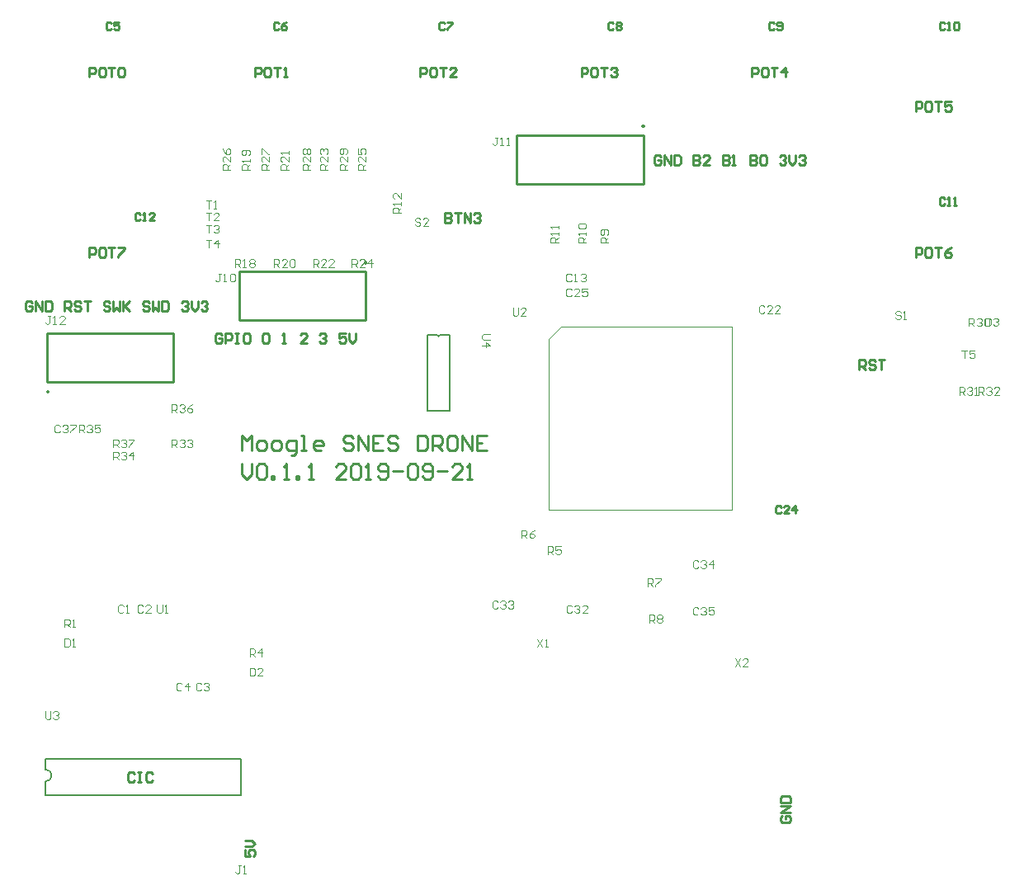
<source format=gto>
G04*
G04 #@! TF.GenerationSoftware,Altium Limited,Altium Designer,19.0.15 (446)*
G04*
G04 Layer_Color=65535*
%FSLAX42Y42*%
%MOMM*%
G71*
G01*
G75*
%ADD10C,0.20*%
%ADD11C,0.25*%
%ADD12C,0.10*%
D10*
X4319Y-3599D02*
G03*
X4351Y-3599I16J0D01*
G01*
X303Y-8182D02*
G03*
X303Y-8056I0J63D01*
G01*
X4219Y-3599D02*
X4319D01*
X4351D02*
X4452D01*
Y-4379D02*
Y-3599D01*
X4219Y-4379D02*
X4452D01*
X4219D02*
Y-3599D01*
X303Y-8319D02*
Y-8182D01*
Y-8056D02*
Y-7946D01*
X2311D01*
Y-8319D02*
Y-7946D01*
X303Y-8319D02*
X2311D01*
D11*
X6437Y-2044D02*
Y-1544D01*
X5137D02*
X6437D01*
X5137Y-2044D02*
Y-1544D01*
Y-2044D02*
X6437D01*
X3590Y-3447D02*
Y-2947D01*
X2290D02*
X3590D01*
X2290Y-3447D02*
Y-2947D01*
Y-3447D02*
X3590D01*
X318Y-3583D02*
X1618D01*
Y-4083D02*
Y-3583D01*
X318Y-4083D02*
X1618D01*
X318D02*
Y-3583D01*
X2315Y-4780D02*
Y-4628D01*
X2366Y-4678D01*
X2416Y-4628D01*
Y-4780D01*
X2493D02*
X2543D01*
X2569Y-4755D01*
Y-4704D01*
X2543Y-4678D01*
X2493D01*
X2467Y-4704D01*
Y-4755D01*
X2493Y-4780D01*
X2645D02*
X2696D01*
X2721Y-4755D01*
Y-4704D01*
X2696Y-4678D01*
X2645D01*
X2620Y-4704D01*
Y-4755D01*
X2645Y-4780D01*
X2823Y-4831D02*
X2848D01*
X2874Y-4805D01*
Y-4678D01*
X2797D01*
X2772Y-4704D01*
Y-4755D01*
X2797Y-4780D01*
X2874D01*
X2924D02*
X2975D01*
X2950D01*
Y-4628D01*
X2924D01*
X3127Y-4780D02*
X3077D01*
X3051Y-4755D01*
Y-4704D01*
X3077Y-4678D01*
X3127D01*
X3153Y-4704D01*
Y-4729D01*
X3051D01*
X3458Y-4653D02*
X3432Y-4628D01*
X3381D01*
X3356Y-4653D01*
Y-4678D01*
X3381Y-4704D01*
X3432D01*
X3458Y-4729D01*
Y-4755D01*
X3432Y-4780D01*
X3381D01*
X3356Y-4755D01*
X3508Y-4780D02*
Y-4628D01*
X3610Y-4780D01*
Y-4628D01*
X3762D02*
X3661D01*
Y-4780D01*
X3762D01*
X3661Y-4704D02*
X3711D01*
X3915Y-4653D02*
X3889Y-4628D01*
X3838D01*
X3813Y-4653D01*
Y-4678D01*
X3838Y-4704D01*
X3889D01*
X3915Y-4729D01*
Y-4755D01*
X3889Y-4780D01*
X3838D01*
X3813Y-4755D01*
X4118Y-4628D02*
Y-4780D01*
X4194D01*
X4219Y-4755D01*
Y-4653D01*
X4194Y-4628D01*
X4118D01*
X4270Y-4780D02*
Y-4628D01*
X4346D01*
X4372Y-4653D01*
Y-4704D01*
X4346Y-4729D01*
X4270D01*
X4321D02*
X4372Y-4780D01*
X4499Y-4628D02*
X4448D01*
X4422Y-4653D01*
Y-4755D01*
X4448Y-4780D01*
X4499D01*
X4524Y-4755D01*
Y-4653D01*
X4499Y-4628D01*
X4575Y-4780D02*
Y-4628D01*
X4676Y-4780D01*
Y-4628D01*
X4829D02*
X4727D01*
Y-4780D01*
X4829D01*
X4727Y-4704D02*
X4778D01*
X2315Y-4922D02*
Y-5024D01*
X2366Y-5075D01*
X2416Y-5024D01*
Y-4922D01*
X2467Y-4948D02*
X2493Y-4922D01*
X2543D01*
X2569Y-4948D01*
Y-5049D01*
X2543Y-5075D01*
X2493D01*
X2467Y-5049D01*
Y-4948D01*
X2620Y-5075D02*
Y-5049D01*
X2645D01*
Y-5075D01*
X2620D01*
X2747D02*
X2797D01*
X2772D01*
Y-4922D01*
X2747Y-4948D01*
X2874Y-5075D02*
Y-5049D01*
X2899D01*
Y-5075D01*
X2874D01*
X3000D02*
X3051D01*
X3026D01*
Y-4922D01*
X3000Y-4948D01*
X3381Y-5075D02*
X3280D01*
X3381Y-4973D01*
Y-4948D01*
X3356Y-4922D01*
X3305D01*
X3280Y-4948D01*
X3432D02*
X3458Y-4922D01*
X3508D01*
X3534Y-4948D01*
Y-5049D01*
X3508Y-5075D01*
X3458D01*
X3432Y-5049D01*
Y-4948D01*
X3585Y-5075D02*
X3635D01*
X3610D01*
Y-4922D01*
X3585Y-4948D01*
X3711Y-5049D02*
X3737Y-5075D01*
X3788D01*
X3813Y-5049D01*
Y-4948D01*
X3788Y-4922D01*
X3737D01*
X3711Y-4948D01*
Y-4973D01*
X3737Y-4998D01*
X3813D01*
X3864D02*
X3965D01*
X4016Y-4948D02*
X4042Y-4922D01*
X4092D01*
X4118Y-4948D01*
Y-5049D01*
X4092Y-5075D01*
X4042D01*
X4016Y-5049D01*
Y-4948D01*
X4169Y-5049D02*
X4194Y-5075D01*
X4245D01*
X4270Y-5049D01*
Y-4948D01*
X4245Y-4922D01*
X4194D01*
X4169Y-4948D01*
Y-4973D01*
X4194Y-4998D01*
X4270D01*
X4321D02*
X4422D01*
X4575Y-5075D02*
X4473D01*
X4575Y-4973D01*
Y-4948D01*
X4549Y-4922D01*
X4499D01*
X4473Y-4948D01*
X4626Y-5075D02*
X4676D01*
X4651D01*
Y-4922D01*
X4626Y-4948D01*
X4400Y-2345D02*
Y-2444D01*
X4450D01*
X4467Y-2428D01*
Y-2411D01*
X4450Y-2394D01*
X4400D01*
X4450D01*
X4467Y-2378D01*
Y-2361D01*
X4450Y-2345D01*
X4400D01*
X4500D02*
X4567D01*
X4533D01*
Y-2444D01*
X4600D02*
Y-2345D01*
X4667Y-2444D01*
Y-2345D01*
X4700Y-2361D02*
X4717Y-2345D01*
X4750D01*
X4767Y-2361D01*
Y-2378D01*
X4750Y-2394D01*
X4733D01*
X4750D01*
X4767Y-2411D01*
Y-2428D01*
X4750Y-2444D01*
X4717D01*
X4700Y-2428D01*
X7867Y-8533D02*
X7850Y-8550D01*
Y-8583D01*
X7867Y-8600D01*
X7933D01*
X7950Y-8583D01*
Y-8550D01*
X7933Y-8533D01*
X7900D01*
Y-8567D01*
X7950Y-8500D02*
X7850D01*
X7950Y-8433D01*
X7850D01*
Y-8400D02*
X7950D01*
Y-8350D01*
X7933Y-8333D01*
X7867D01*
X7850Y-8350D01*
Y-8400D01*
X2350Y-8883D02*
Y-8950D01*
X2400D01*
X2383Y-8917D01*
Y-8900D01*
X2400Y-8883D01*
X2433D01*
X2450Y-8900D01*
Y-8933D01*
X2433Y-8950D01*
X2350Y-8850D02*
X2417D01*
X2450Y-8817D01*
X2417Y-8783D01*
X2350D01*
X1217Y-8099D02*
X1200Y-8083D01*
X1167D01*
X1150Y-8099D01*
Y-8166D01*
X1167Y-8182D01*
X1200D01*
X1217Y-8166D01*
X1250Y-8083D02*
X1283D01*
X1267D01*
Y-8182D01*
X1250D01*
X1283D01*
X1400Y-8099D02*
X1383Y-8083D01*
X1350D01*
X1333Y-8099D01*
Y-8166D01*
X1350Y-8182D01*
X1383D01*
X1400Y-8166D01*
X9232Y-2800D02*
Y-2700D01*
X9282D01*
X9298Y-2717D01*
Y-2750D01*
X9282Y-2767D01*
X9232D01*
X9381Y-2700D02*
X9348D01*
X9331Y-2717D01*
Y-2783D01*
X9348Y-2800D01*
X9381D01*
X9398Y-2783D01*
Y-2717D01*
X9381Y-2700D01*
X9431D02*
X9498D01*
X9465D01*
Y-2800D01*
X9598Y-2700D02*
X9565Y-2717D01*
X9531Y-2750D01*
Y-2783D01*
X9548Y-2800D01*
X9581D01*
X9598Y-2783D01*
Y-2767D01*
X9581Y-2750D01*
X9531D01*
X9232Y-1300D02*
Y-1200D01*
X9282D01*
X9298Y-1217D01*
Y-1250D01*
X9282Y-1267D01*
X9232D01*
X9381Y-1200D02*
X9348D01*
X9331Y-1217D01*
Y-1283D01*
X9348Y-1300D01*
X9381D01*
X9398Y-1283D01*
Y-1217D01*
X9381Y-1200D01*
X9431D02*
X9498D01*
X9465D01*
Y-1300D01*
X9598Y-1200D02*
X9531D01*
Y-1250D01*
X9565Y-1233D01*
X9581D01*
X9598Y-1250D01*
Y-1283D01*
X9581Y-1300D01*
X9548D01*
X9531Y-1283D01*
X7550Y-950D02*
Y-850D01*
X7600D01*
X7617Y-867D01*
Y-900D01*
X7600Y-917D01*
X7550D01*
X7700Y-850D02*
X7667D01*
X7650Y-867D01*
Y-933D01*
X7667Y-950D01*
X7700D01*
X7717Y-933D01*
Y-867D01*
X7700Y-850D01*
X7750D02*
X7817D01*
X7783D01*
Y-950D01*
X7900D02*
Y-850D01*
X7850Y-900D01*
X7917D01*
X5802Y-950D02*
Y-850D01*
X5852D01*
X5868Y-867D01*
Y-900D01*
X5852Y-917D01*
X5802D01*
X5951Y-850D02*
X5918D01*
X5901Y-867D01*
Y-933D01*
X5918Y-950D01*
X5951D01*
X5968Y-933D01*
Y-867D01*
X5951Y-850D01*
X6001D02*
X6068D01*
X6035D01*
Y-950D01*
X6101Y-867D02*
X6118Y-850D01*
X6151D01*
X6168Y-867D01*
Y-883D01*
X6151Y-900D01*
X6135D01*
X6151D01*
X6168Y-917D01*
Y-933D01*
X6151Y-950D01*
X6118D01*
X6101Y-933D01*
X4150Y-950D02*
Y-850D01*
X4200D01*
X4217Y-867D01*
Y-900D01*
X4200Y-917D01*
X4150D01*
X4300Y-850D02*
X4267D01*
X4250Y-867D01*
Y-933D01*
X4267Y-950D01*
X4300D01*
X4317Y-933D01*
Y-867D01*
X4300Y-850D01*
X4350D02*
X4417D01*
X4383D01*
Y-950D01*
X4517D02*
X4450D01*
X4517Y-883D01*
Y-867D01*
X4500Y-850D01*
X4467D01*
X4450Y-867D01*
X2450Y-950D02*
Y-850D01*
X2500D01*
X2517Y-867D01*
Y-900D01*
X2500Y-917D01*
X2450D01*
X2600Y-850D02*
X2567D01*
X2550Y-867D01*
Y-933D01*
X2567Y-950D01*
X2600D01*
X2617Y-933D01*
Y-867D01*
X2600Y-850D01*
X2650D02*
X2717D01*
X2683D01*
Y-950D01*
X2750D02*
X2783D01*
X2767D01*
Y-850D01*
X2750Y-867D01*
X750Y-950D02*
Y-850D01*
X800D01*
X817Y-867D01*
Y-900D01*
X800Y-917D01*
X750D01*
X900Y-850D02*
X867D01*
X850Y-867D01*
Y-933D01*
X867Y-950D01*
X900D01*
X917Y-933D01*
Y-867D01*
X900Y-850D01*
X950D02*
X1017D01*
X983D01*
Y-950D01*
X1050Y-867D02*
X1067Y-850D01*
X1100D01*
X1117Y-867D01*
Y-933D01*
X1100Y-950D01*
X1067D01*
X1050Y-933D01*
Y-867D01*
X750Y-2800D02*
Y-2700D01*
X800D01*
X817Y-2717D01*
Y-2750D01*
X800Y-2767D01*
X750D01*
X900Y-2700D02*
X867D01*
X850Y-2717D01*
Y-2783D01*
X867Y-2800D01*
X900D01*
X917Y-2783D01*
Y-2717D01*
X900Y-2700D01*
X950D02*
X1017D01*
X983D01*
Y-2800D01*
X1050Y-2700D02*
X1117D01*
Y-2717D01*
X1050Y-2783D01*
Y-2800D01*
X8650Y-3950D02*
Y-3850D01*
X8700D01*
X8717Y-3867D01*
Y-3900D01*
X8700Y-3917D01*
X8650D01*
X8683D02*
X8717Y-3950D01*
X8817Y-3867D02*
X8800Y-3850D01*
X8767D01*
X8750Y-3867D01*
Y-3883D01*
X8767Y-3900D01*
X8800D01*
X8817Y-3917D01*
Y-3933D01*
X8800Y-3950D01*
X8767D01*
X8750Y-3933D01*
X8850Y-3850D02*
X8917D01*
X8883D01*
Y-3950D01*
X2117Y-3601D02*
X2100Y-3584D01*
X2067D01*
X2050Y-3601D01*
Y-3667D01*
X2067Y-3684D01*
X2100D01*
X2117Y-3667D01*
Y-3634D01*
X2083D01*
X2150Y-3684D02*
Y-3584D01*
X2200D01*
X2217Y-3601D01*
Y-3634D01*
X2200Y-3651D01*
X2150D01*
X2250Y-3584D02*
X2283D01*
X2267D01*
Y-3684D01*
X2250D01*
X2283D01*
X2383Y-3584D02*
X2350D01*
X2333Y-3601D01*
Y-3667D01*
X2350Y-3684D01*
X2383D01*
X2400Y-3667D01*
Y-3601D01*
X2383Y-3584D01*
X2533Y-3601D02*
X2550Y-3584D01*
X2583D01*
X2600Y-3601D01*
Y-3667D01*
X2583Y-3684D01*
X2550D01*
X2533Y-3667D01*
Y-3601D01*
X2733Y-3684D02*
X2766D01*
X2750D01*
Y-3584D01*
X2733Y-3601D01*
X2983Y-3684D02*
X2916D01*
X2983Y-3617D01*
Y-3601D01*
X2966Y-3584D01*
X2933D01*
X2916Y-3601D01*
X3116D02*
X3133Y-3584D01*
X3166D01*
X3183Y-3601D01*
Y-3617D01*
X3166Y-3634D01*
X3150D01*
X3166D01*
X3183Y-3651D01*
Y-3667D01*
X3166Y-3684D01*
X3133D01*
X3116Y-3667D01*
X3383Y-3584D02*
X3316D01*
Y-3634D01*
X3350Y-3617D01*
X3366D01*
X3383Y-3634D01*
Y-3667D01*
X3366Y-3684D01*
X3333D01*
X3316Y-3667D01*
X3416Y-3584D02*
Y-3651D01*
X3450Y-3684D01*
X3483Y-3651D01*
Y-3584D01*
X167Y-3267D02*
X150Y-3250D01*
X117D01*
X100Y-3267D01*
Y-3333D01*
X117Y-3350D01*
X150D01*
X167Y-3333D01*
Y-3300D01*
X133D01*
X200Y-3350D02*
Y-3250D01*
X267Y-3350D01*
Y-3250D01*
X300D02*
Y-3350D01*
X350D01*
X367Y-3333D01*
Y-3267D01*
X350Y-3250D01*
X300D01*
X500Y-3350D02*
Y-3250D01*
X550D01*
X567Y-3267D01*
Y-3300D01*
X550Y-3317D01*
X500D01*
X533D02*
X567Y-3350D01*
X666Y-3267D02*
X650Y-3250D01*
X616D01*
X600Y-3267D01*
Y-3283D01*
X616Y-3300D01*
X650D01*
X666Y-3317D01*
Y-3333D01*
X650Y-3350D01*
X616D01*
X600Y-3333D01*
X700Y-3250D02*
X766D01*
X733D01*
Y-3350D01*
X966Y-3267D02*
X950Y-3250D01*
X916D01*
X900Y-3267D01*
Y-3283D01*
X916Y-3300D01*
X950D01*
X966Y-3317D01*
Y-3333D01*
X950Y-3350D01*
X916D01*
X900Y-3333D01*
X1000Y-3250D02*
Y-3350D01*
X1033Y-3317D01*
X1066Y-3350D01*
Y-3250D01*
X1100D02*
Y-3350D01*
Y-3317D01*
X1166Y-3250D01*
X1116Y-3300D01*
X1166Y-3350D01*
X1366Y-3267D02*
X1350Y-3250D01*
X1316D01*
X1300Y-3267D01*
Y-3283D01*
X1316Y-3300D01*
X1350D01*
X1366Y-3317D01*
Y-3333D01*
X1350Y-3350D01*
X1316D01*
X1300Y-3333D01*
X1400Y-3250D02*
Y-3350D01*
X1433Y-3317D01*
X1466Y-3350D01*
Y-3250D01*
X1500D02*
Y-3350D01*
X1550D01*
X1566Y-3333D01*
Y-3267D01*
X1550Y-3250D01*
X1500D01*
X1699Y-3267D02*
X1716Y-3250D01*
X1749D01*
X1766Y-3267D01*
Y-3283D01*
X1749Y-3300D01*
X1733D01*
X1749D01*
X1766Y-3317D01*
Y-3333D01*
X1749Y-3350D01*
X1716D01*
X1699Y-3333D01*
X1799Y-3250D02*
Y-3317D01*
X1833Y-3350D01*
X1866Y-3317D01*
Y-3250D01*
X1899Y-3267D02*
X1916Y-3250D01*
X1949D01*
X1966Y-3267D01*
Y-3283D01*
X1949Y-3300D01*
X1933D01*
X1949D01*
X1966Y-3317D01*
Y-3333D01*
X1949Y-3350D01*
X1916D01*
X1899Y-3333D01*
X6618Y-1767D02*
X6602Y-1750D01*
X6568D01*
X6552Y-1767D01*
Y-1833D01*
X6568Y-1850D01*
X6602D01*
X6618Y-1833D01*
Y-1800D01*
X6585D01*
X6651Y-1850D02*
Y-1750D01*
X6718Y-1850D01*
Y-1750D01*
X6751D02*
Y-1850D01*
X6801D01*
X6818Y-1833D01*
Y-1767D01*
X6801Y-1750D01*
X6751D01*
X6951D02*
Y-1850D01*
X7001D01*
X7018Y-1833D01*
Y-1817D01*
X7001Y-1800D01*
X6951D01*
X7001D01*
X7018Y-1783D01*
Y-1767D01*
X7001Y-1750D01*
X6951D01*
X7118Y-1850D02*
X7051D01*
X7118Y-1783D01*
Y-1767D01*
X7101Y-1750D01*
X7068D01*
X7051Y-1767D01*
X7251Y-1750D02*
Y-1850D01*
X7301D01*
X7318Y-1833D01*
Y-1817D01*
X7301Y-1800D01*
X7251D01*
X7301D01*
X7318Y-1783D01*
Y-1767D01*
X7301Y-1750D01*
X7251D01*
X7351Y-1850D02*
X7385D01*
X7368D01*
Y-1750D01*
X7351Y-1767D01*
X7535Y-1750D02*
Y-1850D01*
X7585D01*
X7601Y-1833D01*
Y-1817D01*
X7585Y-1800D01*
X7535D01*
X7585D01*
X7601Y-1783D01*
Y-1767D01*
X7585Y-1750D01*
X7535D01*
X7635Y-1767D02*
X7651Y-1750D01*
X7684D01*
X7701Y-1767D01*
Y-1833D01*
X7684Y-1850D01*
X7651D01*
X7635Y-1833D01*
Y-1767D01*
X7834D02*
X7851Y-1750D01*
X7884D01*
X7901Y-1767D01*
Y-1783D01*
X7884Y-1800D01*
X7868D01*
X7884D01*
X7901Y-1817D01*
Y-1833D01*
X7884Y-1850D01*
X7851D01*
X7834Y-1833D01*
X7934Y-1750D02*
Y-1817D01*
X7968Y-1850D01*
X8001Y-1817D01*
Y-1750D01*
X8034Y-1767D02*
X8051Y-1750D01*
X8084D01*
X8101Y-1767D01*
Y-1783D01*
X8084Y-1800D01*
X8068D01*
X8084D01*
X8101Y-1817D01*
Y-1833D01*
X8084Y-1850D01*
X8051D01*
X8034Y-1833D01*
X6437Y-1444D02*
Y-1457D01*
X6423D01*
Y-1444D01*
X6437D01*
X3590Y-2847D02*
Y-2861D01*
X3576D01*
Y-2847D01*
X3590D01*
X318Y-4183D02*
Y-4170D01*
X331D01*
Y-4183D01*
X318D01*
X7853Y-5363D02*
X7840Y-5350D01*
X7813D01*
X7800Y-5363D01*
Y-5417D01*
X7813Y-5430D01*
X7840D01*
X7853Y-5417D01*
X7933Y-5430D02*
X7880D01*
X7933Y-5377D01*
Y-5363D01*
X7920Y-5350D01*
X7893D01*
X7880Y-5363D01*
X8000Y-5430D02*
Y-5350D01*
X7960Y-5390D01*
X8013D01*
X1275Y-2357D02*
X1262Y-2344D01*
X1235D01*
X1222Y-2357D01*
Y-2411D01*
X1235Y-2424D01*
X1262D01*
X1275Y-2411D01*
X1302Y-2424D02*
X1328D01*
X1315D01*
Y-2344D01*
X1302Y-2357D01*
X1422Y-2424D02*
X1368D01*
X1422Y-2371D01*
Y-2357D01*
X1408Y-2344D01*
X1382D01*
X1368Y-2357D01*
X9530Y-2200D02*
X9517Y-2187D01*
X9490D01*
X9477Y-2200D01*
Y-2253D01*
X9490Y-2267D01*
X9517D01*
X9530Y-2253D01*
X9557Y-2267D02*
X9583D01*
X9570D01*
Y-2187D01*
X9557Y-2200D01*
X9623Y-2267D02*
X9650D01*
X9637D01*
Y-2187D01*
X9623Y-2200D01*
X9530Y-399D02*
X9517Y-386D01*
X9490D01*
X9477Y-399D01*
Y-452D01*
X9490Y-466D01*
X9517D01*
X9530Y-452D01*
X9557Y-466D02*
X9583D01*
X9570D01*
Y-386D01*
X9557Y-399D01*
X9623D02*
X9637Y-386D01*
X9663D01*
X9677Y-399D01*
Y-452D01*
X9663Y-466D01*
X9637D01*
X9623Y-452D01*
Y-399D01*
X7780D02*
X7767Y-386D01*
X7740D01*
X7727Y-399D01*
Y-452D01*
X7740Y-466D01*
X7767D01*
X7780Y-452D01*
X7807D02*
X7820Y-466D01*
X7847D01*
X7860Y-452D01*
Y-399D01*
X7847Y-386D01*
X7820D01*
X7807Y-399D01*
Y-412D01*
X7820Y-426D01*
X7860D01*
X6132Y-399D02*
X6118Y-386D01*
X6092D01*
X6078Y-399D01*
Y-452D01*
X6092Y-466D01*
X6118D01*
X6132Y-452D01*
X6158Y-399D02*
X6172Y-386D01*
X6198D01*
X6212Y-399D01*
Y-412D01*
X6198Y-426D01*
X6212Y-439D01*
Y-452D01*
X6198Y-466D01*
X6172D01*
X6158Y-452D01*
Y-439D01*
X6172Y-426D01*
X6158Y-412D01*
Y-399D01*
X6172Y-426D02*
X6198D01*
X4397Y-399D02*
X4383Y-386D01*
X4357D01*
X4343Y-399D01*
Y-452D01*
X4357Y-466D01*
X4383D01*
X4397Y-452D01*
X4423Y-386D02*
X4477D01*
Y-399D01*
X4423Y-452D01*
Y-466D01*
X2697Y-399D02*
X2684Y-386D01*
X2657D01*
X2644Y-399D01*
Y-452D01*
X2657Y-466D01*
X2684D01*
X2697Y-452D01*
X2777Y-386D02*
X2751Y-399D01*
X2724Y-426D01*
Y-452D01*
X2737Y-466D01*
X2764D01*
X2777Y-452D01*
Y-439D01*
X2764Y-426D01*
X2724D01*
X980Y-399D02*
X967Y-386D01*
X940D01*
X927Y-399D01*
Y-452D01*
X940Y-466D01*
X967D01*
X980Y-452D01*
X1060Y-386D02*
X1007D01*
Y-426D01*
X1034Y-412D01*
X1047D01*
X1060Y-426D01*
Y-452D01*
X1047Y-466D01*
X1020D01*
X1007Y-452D01*
D12*
X5469Y-5388D02*
Y-3640D01*
Y-5388D02*
X7343D01*
Y-3514D01*
X5595D02*
X7343D01*
X5469Y-3640D02*
X5595Y-3514D01*
X2306Y-9042D02*
X2280D01*
X2293D01*
Y-9109D01*
X2280Y-9122D01*
X2266D01*
X2253Y-9109D01*
X2333Y-9122D02*
X2360D01*
X2346D01*
Y-9042D01*
X2333Y-9055D01*
X7377Y-6920D02*
X7430Y-7000D01*
Y-6920D02*
X7377Y-7000D01*
X7510D02*
X7456D01*
X7510Y-6947D01*
Y-6933D01*
X7496Y-6920D01*
X7470D01*
X7456Y-6933D01*
X5350Y-6720D02*
X5403Y-6800D01*
Y-6720D02*
X5350Y-6800D01*
X5430D02*
X5457D01*
X5443D01*
Y-6720D01*
X5430Y-6733D01*
X4865Y-3591D02*
X4798D01*
X4785Y-3605D01*
Y-3631D01*
X4798Y-3645D01*
X4865D01*
X4785Y-3711D02*
X4865D01*
X4825Y-3671D01*
Y-3725D01*
X302Y-7462D02*
Y-7529D01*
X316Y-7542D01*
X342D01*
X356Y-7529D01*
Y-7462D01*
X382Y-7475D02*
X396Y-7462D01*
X422D01*
X436Y-7475D01*
Y-7489D01*
X422Y-7502D01*
X409D01*
X422D01*
X436Y-7515D01*
Y-7529D01*
X422Y-7542D01*
X396D01*
X382Y-7529D01*
X5100Y-3320D02*
Y-3387D01*
X5113Y-3400D01*
X5140D01*
X5153Y-3387D01*
Y-3320D01*
X5233Y-3400D02*
X5180D01*
X5233Y-3347D01*
Y-3333D01*
X5220Y-3320D01*
X5193D01*
X5180Y-3333D01*
X1450Y-6367D02*
Y-6434D01*
X1463Y-6447D01*
X1490D01*
X1503Y-6434D01*
Y-6367D01*
X1530Y-6447D02*
X1557D01*
X1543D01*
Y-6367D01*
X1530Y-6380D01*
X9705Y-3756D02*
X9759D01*
X9732D01*
Y-3836D01*
X9839Y-3756D02*
X9785D01*
Y-3796D01*
X9812Y-3783D01*
X9825D01*
X9839Y-3796D01*
Y-3823D01*
X9825Y-3836D01*
X9799D01*
X9785Y-3823D01*
X1954Y-2620D02*
X2007D01*
X1981D01*
Y-2700D01*
X2074D02*
Y-2620D01*
X2034Y-2660D01*
X2087D01*
X1950Y-2470D02*
X2003D01*
X1977D01*
Y-2550D01*
X2030Y-2483D02*
X2043Y-2470D01*
X2070D01*
X2083Y-2483D01*
Y-2497D01*
X2070Y-2510D01*
X2057D01*
X2070D01*
X2083Y-2523D01*
Y-2537D01*
X2070Y-2550D01*
X2043D01*
X2030Y-2537D01*
X1950Y-2344D02*
X2003D01*
X1977D01*
Y-2424D01*
X2083D02*
X2030D01*
X2083Y-2371D01*
Y-2357D01*
X2070Y-2344D01*
X2043D01*
X2030Y-2357D01*
X1950Y-2220D02*
X2003D01*
X1977D01*
Y-2300D01*
X2030D02*
X2057D01*
X2043D01*
Y-2220D01*
X2030Y-2233D01*
X4150Y-2411D02*
X4137Y-2397D01*
X4110D01*
X4097Y-2411D01*
Y-2424D01*
X4110Y-2437D01*
X4137D01*
X4150Y-2451D01*
Y-2464D01*
X4137Y-2477D01*
X4110D01*
X4097Y-2464D01*
X4230Y-2477D02*
X4177D01*
X4230Y-2424D01*
Y-2411D01*
X4217Y-2397D01*
X4190D01*
X4177Y-2411D01*
X9080Y-3366D02*
X9067Y-3352D01*
X9040D01*
X9027Y-3366D01*
Y-3379D01*
X9040Y-3392D01*
X9067D01*
X9080Y-3406D01*
Y-3419D01*
X9067Y-3432D01*
X9040D01*
X9027Y-3419D01*
X9107Y-3432D02*
X9134D01*
X9120D01*
Y-3352D01*
X9107Y-3366D01*
X1000Y-4750D02*
Y-4670D01*
X1040D01*
X1053Y-4683D01*
Y-4710D01*
X1040Y-4723D01*
X1000D01*
X1027D02*
X1053Y-4750D01*
X1080Y-4683D02*
X1093Y-4670D01*
X1120D01*
X1133Y-4683D01*
Y-4697D01*
X1120Y-4710D01*
X1107D01*
X1120D01*
X1133Y-4723D01*
Y-4737D01*
X1120Y-4750D01*
X1093D01*
X1080Y-4737D01*
X1160Y-4670D02*
X1213D01*
Y-4683D01*
X1160Y-4737D01*
Y-4750D01*
X1600Y-4391D02*
Y-4311D01*
X1640D01*
X1653Y-4324D01*
Y-4351D01*
X1640Y-4364D01*
X1600D01*
X1627D02*
X1653Y-4391D01*
X1680Y-4324D02*
X1693Y-4311D01*
X1720D01*
X1733Y-4324D01*
Y-4338D01*
X1720Y-4351D01*
X1707D01*
X1720D01*
X1733Y-4364D01*
Y-4378D01*
X1720Y-4391D01*
X1693D01*
X1680Y-4378D01*
X1813Y-4311D02*
X1787Y-4324D01*
X1760Y-4351D01*
Y-4378D01*
X1773Y-4391D01*
X1800D01*
X1813Y-4378D01*
Y-4364D01*
X1800Y-4351D01*
X1760D01*
X650Y-4600D02*
Y-4520D01*
X690D01*
X703Y-4533D01*
Y-4560D01*
X690Y-4573D01*
X650D01*
X677D02*
X703Y-4600D01*
X730Y-4533D02*
X743Y-4520D01*
X770D01*
X783Y-4533D01*
Y-4547D01*
X770Y-4560D01*
X757D01*
X770D01*
X783Y-4573D01*
Y-4587D01*
X770Y-4600D01*
X743D01*
X730Y-4587D01*
X863Y-4520D02*
X810D01*
Y-4560D01*
X837Y-4547D01*
X850D01*
X863Y-4560D01*
Y-4587D01*
X850Y-4600D01*
X823D01*
X810Y-4587D01*
X1000Y-4876D02*
Y-4796D01*
X1040D01*
X1053Y-4809D01*
Y-4836D01*
X1040Y-4849D01*
X1000D01*
X1027D02*
X1053Y-4876D01*
X1080Y-4809D02*
X1093Y-4796D01*
X1120D01*
X1133Y-4809D01*
Y-4823D01*
X1120Y-4836D01*
X1107D01*
X1120D01*
X1133Y-4849D01*
Y-4863D01*
X1120Y-4876D01*
X1093D01*
X1080Y-4863D01*
X1200Y-4876D02*
Y-4796D01*
X1160Y-4836D01*
X1213D01*
X1600Y-4750D02*
Y-4670D01*
X1640D01*
X1653Y-4683D01*
Y-4710D01*
X1640Y-4723D01*
X1600D01*
X1627D02*
X1653Y-4750D01*
X1680Y-4683D02*
X1693Y-4670D01*
X1720D01*
X1733Y-4683D01*
Y-4697D01*
X1720Y-4710D01*
X1707D01*
X1720D01*
X1733Y-4723D01*
Y-4737D01*
X1720Y-4750D01*
X1693D01*
X1680Y-4737D01*
X1760Y-4683D02*
X1773Y-4670D01*
X1800D01*
X1813Y-4683D01*
Y-4697D01*
X1800Y-4710D01*
X1787D01*
X1800D01*
X1813Y-4723D01*
Y-4737D01*
X1800Y-4750D01*
X1773D01*
X1760Y-4737D01*
X9878Y-4212D02*
Y-4132D01*
X9918D01*
X9931Y-4145D01*
Y-4172D01*
X9918Y-4185D01*
X9878D01*
X9905D02*
X9931Y-4212D01*
X9958Y-4145D02*
X9971Y-4132D01*
X9998D01*
X10011Y-4145D01*
Y-4159D01*
X9998Y-4172D01*
X9985D01*
X9998D01*
X10011Y-4185D01*
Y-4199D01*
X9998Y-4212D01*
X9971D01*
X9958Y-4199D01*
X10091Y-4212D02*
X10038D01*
X10091Y-4159D01*
Y-4145D01*
X10078Y-4132D01*
X10051D01*
X10038Y-4145D01*
X9680Y-4212D02*
Y-4132D01*
X9720D01*
X9733Y-4145D01*
Y-4172D01*
X9720Y-4185D01*
X9680D01*
X9707D02*
X9733Y-4212D01*
X9760Y-4145D02*
X9773Y-4132D01*
X9800D01*
X9813Y-4145D01*
Y-4159D01*
X9800Y-4172D01*
X9787D01*
X9800D01*
X9813Y-4185D01*
Y-4199D01*
X9800Y-4212D01*
X9773D01*
X9760Y-4199D01*
X9840Y-4212D02*
X9867D01*
X9853D01*
Y-4132D01*
X9840Y-4145D01*
X9779Y-3506D02*
Y-3426D01*
X9819D01*
X9832Y-3439D01*
Y-3466D01*
X9819Y-3479D01*
X9779D01*
X9806D02*
X9832Y-3506D01*
X9859Y-3439D02*
X9872Y-3426D01*
X9899D01*
X9912Y-3439D01*
Y-3453D01*
X9899Y-3466D01*
X9886D01*
X9899D01*
X9912Y-3479D01*
Y-3493D01*
X9899Y-3506D01*
X9872D01*
X9859Y-3493D01*
X9939Y-3439D02*
X9952Y-3426D01*
X9979D01*
X9992Y-3439D01*
Y-3493D01*
X9979Y-3506D01*
X9952D01*
X9939Y-3493D01*
Y-3439D01*
X3402Y-1900D02*
X3322D01*
Y-1860D01*
X3335Y-1847D01*
X3362D01*
X3375Y-1860D01*
Y-1900D01*
Y-1873D02*
X3402Y-1847D01*
Y-1767D02*
Y-1820D01*
X3348Y-1767D01*
X3335D01*
X3322Y-1780D01*
Y-1807D01*
X3335Y-1820D01*
X3388Y-1740D02*
X3402Y-1727D01*
Y-1700D01*
X3388Y-1687D01*
X3335D01*
X3322Y-1700D01*
Y-1727D01*
X3335Y-1740D01*
X3348D01*
X3362Y-1727D01*
Y-1687D01*
X3023Y-1900D02*
X2943D01*
Y-1860D01*
X2956Y-1847D01*
X2983D01*
X2996Y-1860D01*
Y-1900D01*
Y-1873D02*
X3023Y-1847D01*
Y-1767D02*
Y-1820D01*
X2969Y-1767D01*
X2956D01*
X2943Y-1780D01*
Y-1807D01*
X2956Y-1820D01*
Y-1740D02*
X2943Y-1727D01*
Y-1700D01*
X2956Y-1687D01*
X2969D01*
X2983Y-1700D01*
X2996Y-1687D01*
X3009D01*
X3023Y-1700D01*
Y-1727D01*
X3009Y-1740D01*
X2996D01*
X2983Y-1727D01*
X2969Y-1740D01*
X2956D01*
X2983Y-1727D02*
Y-1700D01*
X2600Y-1900D02*
X2520D01*
Y-1860D01*
X2533Y-1847D01*
X2560D01*
X2573Y-1860D01*
Y-1900D01*
Y-1873D02*
X2600Y-1847D01*
Y-1767D02*
Y-1820D01*
X2547Y-1767D01*
X2533D01*
X2520Y-1780D01*
Y-1807D01*
X2533Y-1820D01*
X2520Y-1740D02*
Y-1687D01*
X2533D01*
X2587Y-1740D01*
X2600D01*
X2200Y-1900D02*
X2120D01*
Y-1860D01*
X2133Y-1847D01*
X2160D01*
X2173Y-1860D01*
Y-1900D01*
Y-1873D02*
X2200Y-1847D01*
Y-1767D02*
Y-1820D01*
X2147Y-1767D01*
X2133D01*
X2120Y-1780D01*
Y-1807D01*
X2133Y-1820D01*
X2120Y-1687D02*
X2133Y-1713D01*
X2160Y-1740D01*
X2187D01*
X2200Y-1727D01*
Y-1700D01*
X2187Y-1687D01*
X2173D01*
X2160Y-1700D01*
Y-1740D01*
X3589Y-1900D02*
X3509D01*
Y-1860D01*
X3522Y-1847D01*
X3549D01*
X3562Y-1860D01*
Y-1900D01*
Y-1873D02*
X3589Y-1847D01*
Y-1767D02*
Y-1820D01*
X3536Y-1767D01*
X3522D01*
X3509Y-1780D01*
Y-1807D01*
X3522Y-1820D01*
X3509Y-1687D02*
Y-1740D01*
X3549D01*
X3536Y-1713D01*
Y-1700D01*
X3549Y-1687D01*
X3576D01*
X3589Y-1700D01*
Y-1727D01*
X3576Y-1740D01*
X3448Y-2900D02*
Y-2820D01*
X3488D01*
X3501Y-2833D01*
Y-2860D01*
X3488Y-2873D01*
X3448D01*
X3474D02*
X3501Y-2900D01*
X3581D02*
X3527D01*
X3581Y-2847D01*
Y-2833D01*
X3567Y-2820D01*
X3541D01*
X3527Y-2833D01*
X3647Y-2900D02*
Y-2820D01*
X3607Y-2860D01*
X3661D01*
X3200Y-1900D02*
X3120D01*
Y-1860D01*
X3133Y-1847D01*
X3160D01*
X3173Y-1860D01*
Y-1900D01*
Y-1873D02*
X3200Y-1847D01*
Y-1767D02*
Y-1820D01*
X3147Y-1767D01*
X3133D01*
X3120Y-1780D01*
Y-1807D01*
X3133Y-1820D01*
Y-1740D02*
X3120Y-1727D01*
Y-1700D01*
X3133Y-1687D01*
X3147D01*
X3160Y-1700D01*
Y-1713D01*
Y-1700D01*
X3173Y-1687D01*
X3187D01*
X3200Y-1700D01*
Y-1727D01*
X3187Y-1740D01*
X3052Y-2900D02*
Y-2820D01*
X3092D01*
X3105Y-2833D01*
Y-2860D01*
X3092Y-2873D01*
X3052D01*
X3078D02*
X3105Y-2900D01*
X3185D02*
X3131D01*
X3185Y-2847D01*
Y-2833D01*
X3171Y-2820D01*
X3145D01*
X3131Y-2833D01*
X3265Y-2900D02*
X3211D01*
X3265Y-2847D01*
Y-2833D01*
X3251Y-2820D01*
X3225D01*
X3211Y-2833D01*
X2800Y-1900D02*
X2720D01*
Y-1860D01*
X2733Y-1847D01*
X2760D01*
X2773Y-1860D01*
Y-1900D01*
Y-1873D02*
X2800Y-1847D01*
Y-1767D02*
Y-1820D01*
X2747Y-1767D01*
X2733D01*
X2720Y-1780D01*
Y-1807D01*
X2733Y-1820D01*
X2800Y-1740D02*
Y-1713D01*
Y-1727D01*
X2720D01*
X2733Y-1740D01*
X2650Y-2900D02*
Y-2820D01*
X2690D01*
X2703Y-2833D01*
Y-2860D01*
X2690Y-2873D01*
X2650D01*
X2677D02*
X2703Y-2900D01*
X2783D02*
X2730D01*
X2783Y-2847D01*
Y-2833D01*
X2770Y-2820D01*
X2743D01*
X2730Y-2833D01*
X2810D02*
X2823Y-2820D01*
X2850D01*
X2863Y-2833D01*
Y-2887D01*
X2850Y-2900D01*
X2823D01*
X2810Y-2887D01*
Y-2833D01*
X2400Y-1900D02*
X2320D01*
Y-1860D01*
X2333Y-1847D01*
X2360D01*
X2373Y-1860D01*
Y-1900D01*
Y-1873D02*
X2400Y-1847D01*
Y-1820D02*
Y-1793D01*
Y-1807D01*
X2320D01*
X2333Y-1820D01*
X2387Y-1753D02*
X2400Y-1740D01*
Y-1713D01*
X2387Y-1700D01*
X2333D01*
X2320Y-1713D01*
Y-1740D01*
X2333Y-1753D01*
X2347D01*
X2360Y-1740D01*
Y-1700D01*
X2250Y-2900D02*
Y-2820D01*
X2290D01*
X2303Y-2833D01*
Y-2860D01*
X2290Y-2873D01*
X2250D01*
X2277D02*
X2303Y-2900D01*
X2330D02*
X2357D01*
X2343D01*
Y-2820D01*
X2330Y-2833D01*
X2397D02*
X2410Y-2820D01*
X2437D01*
X2450Y-2833D01*
Y-2847D01*
X2437Y-2860D01*
X2450Y-2873D01*
Y-2887D01*
X2437Y-2900D01*
X2410D01*
X2397Y-2887D01*
Y-2873D01*
X2410Y-2860D01*
X2397Y-2847D01*
Y-2833D01*
X2410Y-2860D02*
X2437D01*
X3950Y-2344D02*
X3870D01*
Y-2304D01*
X3883Y-2291D01*
X3910D01*
X3923Y-2304D01*
Y-2344D01*
Y-2318D02*
X3950Y-2291D01*
Y-2265D02*
Y-2238D01*
Y-2251D01*
X3870D01*
X3883Y-2265D01*
X3950Y-2145D02*
Y-2198D01*
X3897Y-2145D01*
X3883D01*
X3870Y-2158D01*
Y-2185D01*
X3883Y-2198D01*
X5566Y-2650D02*
X5486D01*
Y-2610D01*
X5499Y-2597D01*
X5526D01*
X5539Y-2610D01*
Y-2650D01*
Y-2623D02*
X5566Y-2597D01*
Y-2570D02*
Y-2543D01*
Y-2557D01*
X5486D01*
X5499Y-2570D01*
X5566Y-2503D02*
Y-2477D01*
Y-2490D01*
X5486D01*
X5499Y-2503D01*
X5850Y-2650D02*
X5770D01*
Y-2610D01*
X5783Y-2597D01*
X5810D01*
X5823Y-2610D01*
Y-2650D01*
Y-2623D02*
X5850Y-2597D01*
Y-2570D02*
Y-2543D01*
Y-2557D01*
X5770D01*
X5783Y-2570D01*
Y-2503D02*
X5770Y-2490D01*
Y-2463D01*
X5783Y-2450D01*
X5837D01*
X5850Y-2463D01*
Y-2490D01*
X5837Y-2503D01*
X5783D01*
X6078Y-2650D02*
X5998D01*
Y-2610D01*
X6012Y-2597D01*
X6038D01*
X6052Y-2610D01*
Y-2650D01*
Y-2623D02*
X6078Y-2597D01*
X6065Y-2570D02*
X6078Y-2557D01*
Y-2530D01*
X6065Y-2517D01*
X6012D01*
X5998Y-2530D01*
Y-2557D01*
X6012Y-2570D01*
X6025D01*
X6038Y-2557D01*
Y-2517D01*
X6500Y-6550D02*
Y-6470D01*
X6540D01*
X6553Y-6483D01*
Y-6510D01*
X6540Y-6523D01*
X6500D01*
X6527D02*
X6553Y-6550D01*
X6580Y-6483D02*
X6593Y-6470D01*
X6620D01*
X6633Y-6483D01*
Y-6497D01*
X6620Y-6510D01*
X6633Y-6523D01*
Y-6537D01*
X6620Y-6550D01*
X6593D01*
X6580Y-6537D01*
Y-6523D01*
X6593Y-6510D01*
X6580Y-6497D01*
Y-6483D01*
X6593Y-6510D02*
X6620D01*
X6482Y-6176D02*
Y-6096D01*
X6522D01*
X6535Y-6109D01*
Y-6136D01*
X6522Y-6149D01*
X6482D01*
X6508D02*
X6535Y-6176D01*
X6561Y-6096D02*
X6615D01*
Y-6109D01*
X6561Y-6162D01*
Y-6176D01*
X5189Y-5680D02*
Y-5600D01*
X5229D01*
X5243Y-5614D01*
Y-5640D01*
X5229Y-5654D01*
X5189D01*
X5216D02*
X5243Y-5680D01*
X5323Y-5600D02*
X5296Y-5614D01*
X5269Y-5640D01*
Y-5667D01*
X5283Y-5680D01*
X5309D01*
X5323Y-5667D01*
Y-5654D01*
X5309Y-5640D01*
X5269D01*
X5458Y-5848D02*
Y-5768D01*
X5498D01*
X5512Y-5781D01*
Y-5808D01*
X5498Y-5821D01*
X5458D01*
X5485D02*
X5512Y-5848D01*
X5592Y-5768D02*
X5538D01*
Y-5808D01*
X5565Y-5795D01*
X5578D01*
X5592Y-5808D01*
Y-5835D01*
X5578Y-5848D01*
X5552D01*
X5538Y-5835D01*
X2400Y-6897D02*
Y-6817D01*
X2440D01*
X2453Y-6830D01*
Y-6857D01*
X2440Y-6870D01*
X2400D01*
X2427D02*
X2453Y-6897D01*
X2520D02*
Y-6817D01*
X2480Y-6857D01*
X2533D01*
X500Y-6597D02*
Y-6517D01*
X540D01*
X553Y-6530D01*
Y-6557D01*
X540Y-6570D01*
X500D01*
X527D02*
X553Y-6597D01*
X580D02*
X607D01*
X593D01*
Y-6517D01*
X580Y-6530D01*
X356Y-3403D02*
X329D01*
X342D01*
Y-3470D01*
X329Y-3483D01*
X316D01*
X302Y-3470D01*
X382Y-3483D02*
X409D01*
X396D01*
Y-3403D01*
X382Y-3417D01*
X502Y-3483D02*
X449D01*
X502Y-3430D01*
Y-3417D01*
X489Y-3403D01*
X462D01*
X449Y-3417D01*
X4945Y-1570D02*
X4918D01*
X4932D01*
Y-1637D01*
X4918Y-1650D01*
X4905D01*
X4892Y-1637D01*
X4971Y-1650D02*
X4998D01*
X4985D01*
Y-1570D01*
X4971Y-1583D01*
X5038Y-1650D02*
X5065D01*
X5051D01*
Y-1570D01*
X5038Y-1583D01*
X2103Y-2970D02*
X2077D01*
X2090D01*
Y-3037D01*
X2077Y-3050D01*
X2063D01*
X2050Y-3037D01*
X2130Y-3050D02*
X2157D01*
X2143D01*
Y-2970D01*
X2130Y-2983D01*
X2197D02*
X2210Y-2970D01*
X2237D01*
X2250Y-2983D01*
Y-3037D01*
X2237Y-3050D01*
X2210D01*
X2197Y-3037D01*
Y-2983D01*
X9949Y-3424D02*
Y-3503D01*
X9989D01*
X10002Y-3490D01*
Y-3437D01*
X9989Y-3424D01*
X9949D01*
X10029Y-3437D02*
X10042Y-3424D01*
X10069D01*
X10082Y-3437D01*
Y-3450D01*
X10069Y-3463D01*
X10056D01*
X10069D01*
X10082Y-3477D01*
Y-3490D01*
X10069Y-3503D01*
X10042D01*
X10029Y-3490D01*
X2400Y-7017D02*
Y-7097D01*
X2440D01*
X2453Y-7084D01*
Y-7030D01*
X2440Y-7017D01*
X2400D01*
X2533Y-7097D02*
X2480D01*
X2533Y-7044D01*
Y-7030D01*
X2520Y-7017D01*
X2493D01*
X2480Y-7030D01*
X500Y-6717D02*
Y-6797D01*
X540D01*
X553Y-6784D01*
Y-6730D01*
X540Y-6717D01*
X500D01*
X580Y-6797D02*
X607D01*
X593D01*
Y-6717D01*
X580Y-6730D01*
X453Y-4533D02*
X440Y-4520D01*
X413D01*
X400Y-4533D01*
Y-4587D01*
X413Y-4600D01*
X440D01*
X453Y-4587D01*
X480Y-4533D02*
X493Y-4520D01*
X520D01*
X533Y-4533D01*
Y-4547D01*
X520Y-4560D01*
X507D01*
X520D01*
X533Y-4573D01*
Y-4587D01*
X520Y-4600D01*
X493D01*
X480Y-4587D01*
X560Y-4520D02*
X613D01*
Y-4533D01*
X560Y-4587D01*
Y-4600D01*
X7003Y-6404D02*
X6989Y-6390D01*
X6963D01*
X6949Y-6404D01*
Y-6457D01*
X6963Y-6470D01*
X6989D01*
X7003Y-6457D01*
X7029Y-6404D02*
X7043Y-6390D01*
X7069D01*
X7083Y-6404D01*
Y-6417D01*
X7069Y-6430D01*
X7056D01*
X7069D01*
X7083Y-6444D01*
Y-6457D01*
X7069Y-6470D01*
X7043D01*
X7029Y-6457D01*
X7163Y-6390D02*
X7109D01*
Y-6430D01*
X7136Y-6417D01*
X7149D01*
X7163Y-6430D01*
Y-6457D01*
X7149Y-6470D01*
X7123D01*
X7109Y-6457D01*
X7003Y-5923D02*
X6989Y-5910D01*
X6963D01*
X6949Y-5923D01*
Y-5977D01*
X6963Y-5990D01*
X6989D01*
X7003Y-5977D01*
X7029Y-5923D02*
X7043Y-5910D01*
X7069D01*
X7083Y-5923D01*
Y-5937D01*
X7069Y-5950D01*
X7056D01*
X7069D01*
X7083Y-5963D01*
Y-5977D01*
X7069Y-5990D01*
X7043D01*
X7029Y-5977D01*
X7149Y-5990D02*
Y-5910D01*
X7109Y-5950D01*
X7163D01*
X4945Y-6337D02*
X4932Y-6324D01*
X4905D01*
X4892Y-6337D01*
Y-6391D01*
X4905Y-6404D01*
X4932D01*
X4945Y-6391D01*
X4971Y-6337D02*
X4985Y-6324D01*
X5011D01*
X5025Y-6337D01*
Y-6351D01*
X5011Y-6364D01*
X4998D01*
X5011D01*
X5025Y-6377D01*
Y-6391D01*
X5011Y-6404D01*
X4985D01*
X4971Y-6391D01*
X5051Y-6337D02*
X5065Y-6324D01*
X5091D01*
X5105Y-6337D01*
Y-6351D01*
X5091Y-6364D01*
X5078D01*
X5091D01*
X5105Y-6377D01*
Y-6391D01*
X5091Y-6404D01*
X5065D01*
X5051Y-6391D01*
X5705Y-6383D02*
X5692Y-6370D01*
X5665D01*
X5652Y-6383D01*
Y-6437D01*
X5665Y-6450D01*
X5692D01*
X5705Y-6437D01*
X5731Y-6383D02*
X5745Y-6370D01*
X5771D01*
X5785Y-6383D01*
Y-6397D01*
X5771Y-6410D01*
X5758D01*
X5771D01*
X5785Y-6423D01*
Y-6437D01*
X5771Y-6450D01*
X5745D01*
X5731Y-6437D01*
X5865Y-6450D02*
X5811D01*
X5865Y-6397D01*
Y-6383D01*
X5851Y-6370D01*
X5825D01*
X5811Y-6383D01*
X5702Y-3133D02*
X5689Y-3120D01*
X5662D01*
X5649Y-3133D01*
Y-3187D01*
X5662Y-3200D01*
X5689D01*
X5702Y-3187D01*
X5782Y-3200D02*
X5729D01*
X5782Y-3147D01*
Y-3133D01*
X5769Y-3120D01*
X5742D01*
X5729Y-3133D01*
X5862Y-3120D02*
X5809D01*
Y-3160D01*
X5836Y-3147D01*
X5849D01*
X5862Y-3160D01*
Y-3187D01*
X5849Y-3200D01*
X5822D01*
X5809Y-3187D01*
X7681Y-3307D02*
X7668Y-3294D01*
X7641D01*
X7628Y-3307D01*
Y-3361D01*
X7641Y-3374D01*
X7668D01*
X7681Y-3361D01*
X7761Y-3374D02*
X7708D01*
X7761Y-3321D01*
Y-3307D01*
X7748Y-3294D01*
X7721D01*
X7708Y-3307D01*
X7841Y-3374D02*
X7788D01*
X7841Y-3321D01*
Y-3307D01*
X7828Y-3294D01*
X7801D01*
X7788Y-3307D01*
X5702Y-2983D02*
X5689Y-2970D01*
X5662D01*
X5649Y-2983D01*
Y-3037D01*
X5662Y-3050D01*
X5689D01*
X5702Y-3037D01*
X5729Y-3050D02*
X5756D01*
X5742D01*
Y-2970D01*
X5729Y-2983D01*
X5796D02*
X5809Y-2970D01*
X5836D01*
X5849Y-2983D01*
Y-2997D01*
X5836Y-3010D01*
X5822D01*
X5836D01*
X5849Y-3023D01*
Y-3037D01*
X5836Y-3050D01*
X5809D01*
X5796Y-3037D01*
X1703Y-7180D02*
X1690Y-7167D01*
X1663D01*
X1650Y-7180D01*
Y-7234D01*
X1663Y-7247D01*
X1690D01*
X1703Y-7234D01*
X1770Y-7247D02*
Y-7167D01*
X1730Y-7207D01*
X1783D01*
X1903Y-7180D02*
X1890Y-7167D01*
X1863D01*
X1850Y-7180D01*
Y-7234D01*
X1863Y-7247D01*
X1890D01*
X1903Y-7234D01*
X1930Y-7180D02*
X1943Y-7167D01*
X1970D01*
X1983Y-7180D01*
Y-7194D01*
X1970Y-7207D01*
X1957D01*
X1970D01*
X1983Y-7220D01*
Y-7234D01*
X1970Y-7247D01*
X1943D01*
X1930Y-7234D01*
X1303Y-6380D02*
X1290Y-6367D01*
X1263D01*
X1250Y-6380D01*
Y-6434D01*
X1263Y-6447D01*
X1290D01*
X1303Y-6434D01*
X1383Y-6447D02*
X1330D01*
X1383Y-6394D01*
Y-6380D01*
X1370Y-6367D01*
X1343D01*
X1330Y-6380D01*
X1103D02*
X1090Y-6367D01*
X1063D01*
X1050Y-6380D01*
Y-6434D01*
X1063Y-6447D01*
X1090D01*
X1103Y-6434D01*
X1130Y-6447D02*
X1157D01*
X1143D01*
Y-6367D01*
X1130Y-6380D01*
M02*

</source>
